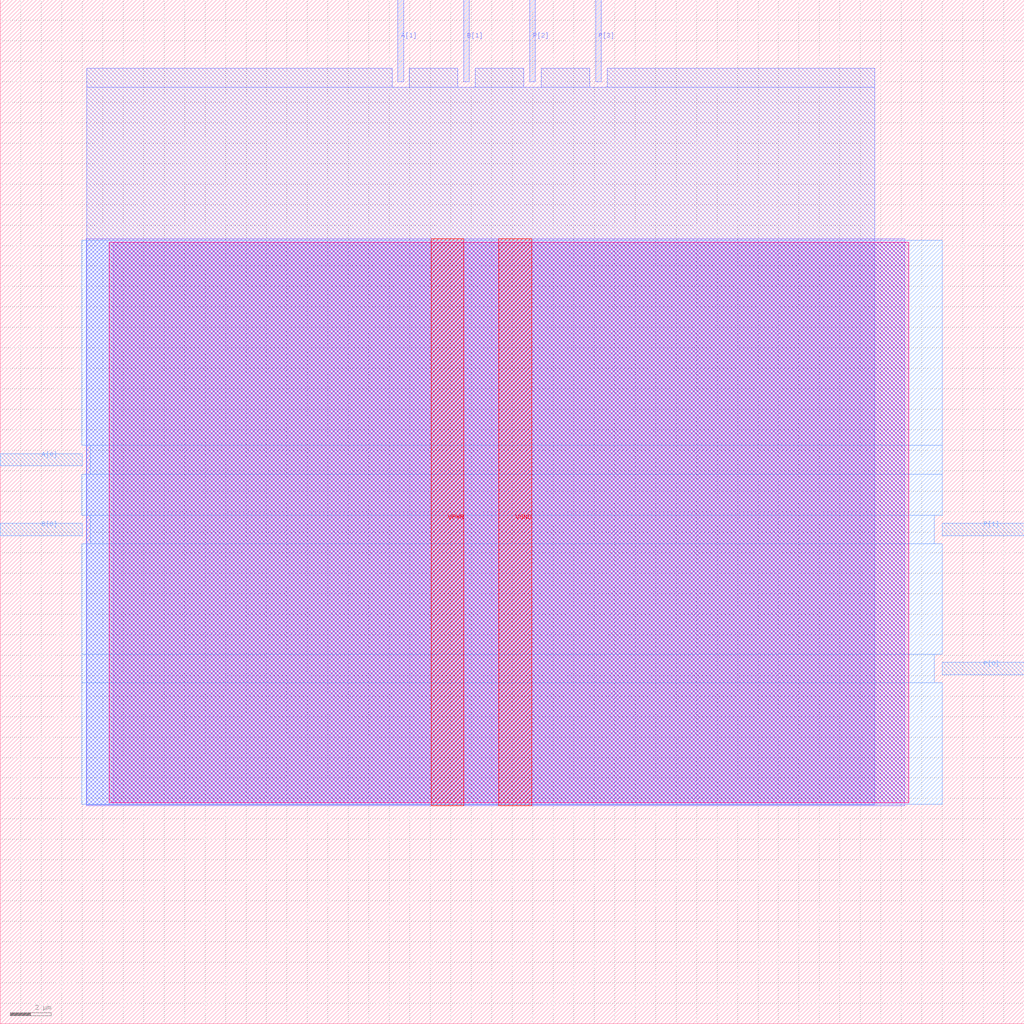
<source format=lef>
VERSION 5.7 ;
  NOWIREEXTENSIONATPIN ON ;
  DIVIDERCHAR "/" ;
  BUSBITCHARS "[]" ;
MACRO SarsaNStepsRuido_e9
  CLASS BLOCK ;
  FOREIGN SarsaNStepsRuido_e9 ;
  ORIGIN 0.000 0.000 ;
  SIZE 50.000 BY 50.000 ;
  PIN A[0]
    DIRECTION INPUT ;
    USE SIGNAL ;
    ANTENNAGATEAREA 0.196500 ;
    PORT
      LAYER met3 ;
        RECT 0.000 27.240 4.000 27.840 ;
    END
  END A[0]
  PIN A[1]
    DIRECTION INPUT ;
    USE SIGNAL ;
    ANTENNAGATEAREA 0.196500 ;
    PORT
      LAYER met2 ;
        RECT 19.410 46.000 19.690 50.000 ;
    END
  END A[1]
  PIN B[0]
    DIRECTION INPUT ;
    USE SIGNAL ;
    ANTENNAGATEAREA 0.196500 ;
    PORT
      LAYER met3 ;
        RECT 0.000 23.840 4.000 24.440 ;
    END
  END B[0]
  PIN B[1]
    DIRECTION INPUT ;
    USE SIGNAL ;
    ANTENNAGATEAREA 0.196500 ;
    PORT
      LAYER met2 ;
        RECT 22.630 46.000 22.910 50.000 ;
    END
  END B[1]
  PIN P[0]
    DIRECTION OUTPUT ;
    USE SIGNAL ;
    PORT
      LAYER met3 ;
        RECT 46.000 17.040 50.000 17.640 ;
    END
  END P[0]
  PIN P[1]
    DIRECTION OUTPUT ;
    USE SIGNAL ;
    ANTENNADIFFAREA 0.445500 ;
    PORT
      LAYER met3 ;
        RECT 46.000 23.840 50.000 24.440 ;
    END
  END P[1]
  PIN P[2]
    DIRECTION OUTPUT ;
    USE SIGNAL ;
    ANTENNADIFFAREA 0.445500 ;
    PORT
      LAYER met2 ;
        RECT 25.850 46.000 26.130 50.000 ;
    END
  END P[2]
  PIN P[3]
    DIRECTION OUTPUT ;
    USE SIGNAL ;
    ANTENNADIFFAREA 0.445500 ;
    PORT
      LAYER met2 ;
        RECT 29.070 46.000 29.350 50.000 ;
    END
  END P[3]
  PIN VGND
    DIRECTION INOUT ;
    USE GROUND ;
    PORT
      LAYER met4 ;
        RECT 24.340 10.640 25.940 38.320 ;
    END
  END VGND
  PIN VPWR
    DIRECTION INOUT ;
    USE POWER ;
    PORT
      LAYER met4 ;
        RECT 21.040 10.640 22.640 38.320 ;
    END
  END VPWR
  OBS
      LAYER nwell ;
        RECT 5.330 10.795 44.350 38.165 ;
      LAYER li1 ;
        RECT 5.520 10.795 44.160 38.165 ;
      LAYER met1 ;
        RECT 4.210 10.640 44.160 38.320 ;
      LAYER met2 ;
        RECT 4.230 45.720 19.130 46.650 ;
        RECT 19.970 45.720 22.350 46.650 ;
        RECT 23.190 45.720 25.570 46.650 ;
        RECT 26.410 45.720 28.790 46.650 ;
        RECT 29.630 45.720 42.690 46.650 ;
        RECT 4.230 10.695 42.690 45.720 ;
      LAYER met3 ;
        RECT 3.990 28.240 46.000 38.245 ;
        RECT 4.400 26.840 46.000 28.240 ;
        RECT 3.990 24.840 46.000 26.840 ;
        RECT 4.400 23.440 45.600 24.840 ;
        RECT 3.990 18.040 46.000 23.440 ;
        RECT 3.990 16.640 45.600 18.040 ;
        RECT 3.990 10.715 46.000 16.640 ;
  END
END SarsaNStepsRuido_e9
END LIBRARY


</source>
